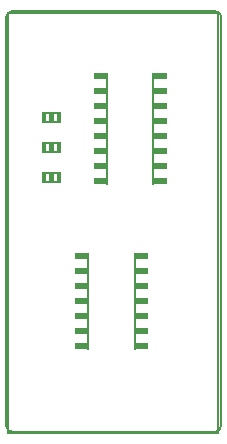
<source format=gbr>
G04 DipTrace 3.3.1.1*
G04 TopAssy.gbr*
%MOIN*%
G04 #@! TF.FileFunction,Drawing,Top*
G04 #@! TF.Part,Single*
%ADD11C,0.005512*%
%ADD13C,0.006*%
%ADD24C,0.005*%
%FSLAX26Y26*%
G04*
G70*
G90*
G75*
G01*
G04 TopAssy*
%LPD*%
X429241Y271264D2*
D13*
Y591234D1*
X275260D2*
Y271264D1*
G36*
X429241Y441259D2*
X474256D1*
Y421239D1*
X429241D1*
Y441259D1*
G37*
G36*
X230245Y591234D2*
X275260D1*
Y571249D1*
X230245D1*
Y591234D1*
G37*
G36*
Y541254D2*
X275260D1*
Y521234D1*
X230245D1*
Y541254D1*
G37*
G36*
X231243Y491239D2*
X276259D1*
Y471254D1*
X231243D1*
Y491239D1*
G37*
G36*
X230245Y441259D2*
X275260D1*
Y421239D1*
X230245D1*
Y441259D1*
G37*
G36*
X429241Y491239D2*
X474256D1*
Y471254D1*
X429241D1*
Y491239D1*
G37*
G36*
Y541254D2*
X474256D1*
Y521234D1*
X429241D1*
Y541254D1*
G37*
G36*
Y591234D2*
X474256D1*
Y571249D1*
X429241D1*
Y591234D1*
G37*
G36*
Y391244D2*
X474256D1*
Y371259D1*
X429241D1*
Y391244D1*
G37*
G36*
Y341264D2*
X474256D1*
Y321244D1*
X429241D1*
Y341264D1*
G37*
G36*
Y291249D2*
X474256D1*
Y271264D1*
X429241D1*
Y291249D1*
G37*
G36*
X230245Y391244D2*
X275260D1*
Y371259D1*
X230245D1*
Y391244D1*
G37*
G36*
Y341264D2*
X275260D1*
Y321244D1*
X230245D1*
Y341264D1*
G37*
G36*
Y291249D2*
X275260D1*
Y271264D1*
X230245D1*
Y291249D1*
G37*
X491741Y821249D2*
D13*
Y1191249D1*
X337760D2*
Y821249D1*
G36*
X491741Y1041249D2*
X536756D1*
Y1021249D1*
X491741D1*
Y1041249D1*
G37*
G36*
X292745Y1191249D2*
X337760D1*
Y1171249D1*
X292745D1*
Y1191249D1*
G37*
G36*
Y1141249D2*
X337760D1*
Y1121249D1*
X292745D1*
Y1141249D1*
G37*
G36*
X293743Y1091249D2*
X338759D1*
Y1071249D1*
X293743D1*
Y1091249D1*
G37*
G36*
X292745Y1041249D2*
X337760D1*
Y1021249D1*
X292745D1*
Y1041249D1*
G37*
G36*
X491741Y1091249D2*
X536756D1*
Y1071249D1*
X491741D1*
Y1091249D1*
G37*
G36*
Y1141249D2*
X536756D1*
Y1121249D1*
X491741D1*
Y1141249D1*
G37*
G36*
Y1191249D2*
X536756D1*
Y1171249D1*
X491741D1*
Y1191249D1*
G37*
G36*
X292745Y991249D2*
X337760D1*
Y971249D1*
X292745D1*
Y991249D1*
G37*
G36*
Y941249D2*
X337760D1*
Y921249D1*
X292745D1*
Y941249D1*
G37*
G36*
Y891249D2*
X337760D1*
Y871249D1*
X292745D1*
Y891249D1*
G37*
G36*
Y841249D2*
X337760D1*
Y821249D1*
X292745D1*
Y841249D1*
G37*
G36*
X491741Y991249D2*
X536756D1*
Y971249D1*
X491741D1*
Y991249D1*
G37*
G36*
Y941249D2*
X536756D1*
Y921249D1*
X491741D1*
Y941249D1*
G37*
G36*
Y891249D2*
X536756D1*
Y871249D1*
X491741D1*
Y891249D1*
G37*
G36*
Y841249D2*
X536756D1*
Y821249D1*
X491741D1*
Y841249D1*
G37*
X135207Y929736D2*
D13*
X169223D1*
Y957765D2*
X135207D1*
G36*
X169212Y926753D2*
X185210D1*
Y960749D1*
X169212D1*
Y926753D1*
G37*
G36*
X119220D2*
X135218D1*
Y960749D1*
X119220D1*
Y926753D1*
G37*
G36*
X144349Y928000D2*
X160081D1*
Y959501D1*
X144349D1*
Y928000D1*
G37*
X135207Y1029735D2*
D13*
X169223D1*
Y1057764D2*
X135207D1*
G36*
X169212Y1026751D2*
X185210D1*
Y1060747D1*
X169212D1*
Y1026751D1*
G37*
G36*
X119220D2*
X135218D1*
Y1060747D1*
X119220D1*
Y1026751D1*
G37*
G36*
X144349Y1027999D2*
X160081D1*
Y1059500D1*
X144349D1*
Y1027999D1*
G37*
X135207Y829736D2*
D13*
X169223D1*
Y857765D2*
X135207D1*
G36*
X169212Y826753D2*
X185210D1*
Y860749D1*
X169212D1*
Y826753D1*
G37*
G36*
X119220D2*
X135218D1*
Y860749D1*
X119220D1*
Y826753D1*
G37*
G36*
X144349Y828000D2*
X160081D1*
Y859501D1*
X144349D1*
Y828000D1*
G37*
X8268Y1392913D2*
D24*
X708268D1*
Y-7087D1*
X8268D1*
Y1392913D1*
X20866Y-3543D2*
D11*
X698031D1*
G03X717717Y16142I2J19683D01*
G01*
Y1378346D1*
G03X698031Y1398031I-19683J2D01*
G01*
X20866D1*
G03X1181Y1378346I-2J-19683D01*
G01*
Y16142D1*
G03X20866Y-3543I19683J-2D01*
G01*
M02*

</source>
